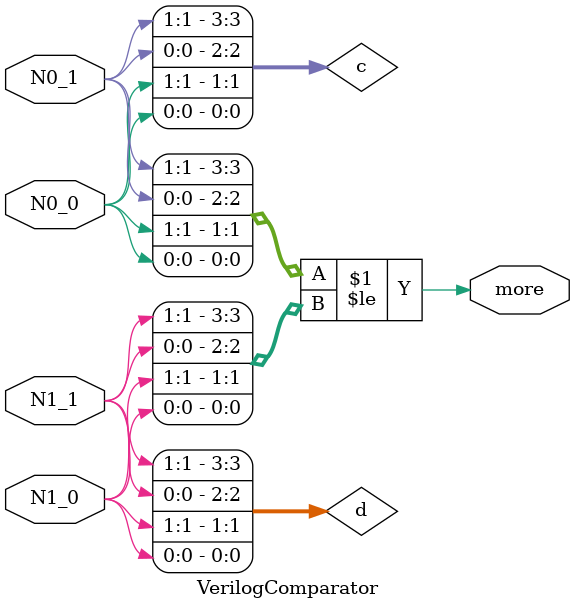
<source format=v>
module VerilogComparator(N0_0,N0_1,N1_0,N1_1,more);
input wire [0:1]N0_0;
input wire [0:1]N0_1;
input wire [0:1]N1_0;
input wire [0:1]N1_1;
output wire more;

wire [0:3]c;
wire [0:3]d;
assign d = {N1_1[1],N1_1[0],N1_0[1],N1_0[0]};
assign c = {N0_1[1],N0_1[0],N0_0[1],N0_0[0]};



assign more = (c <= d);

endmodule
</source>
